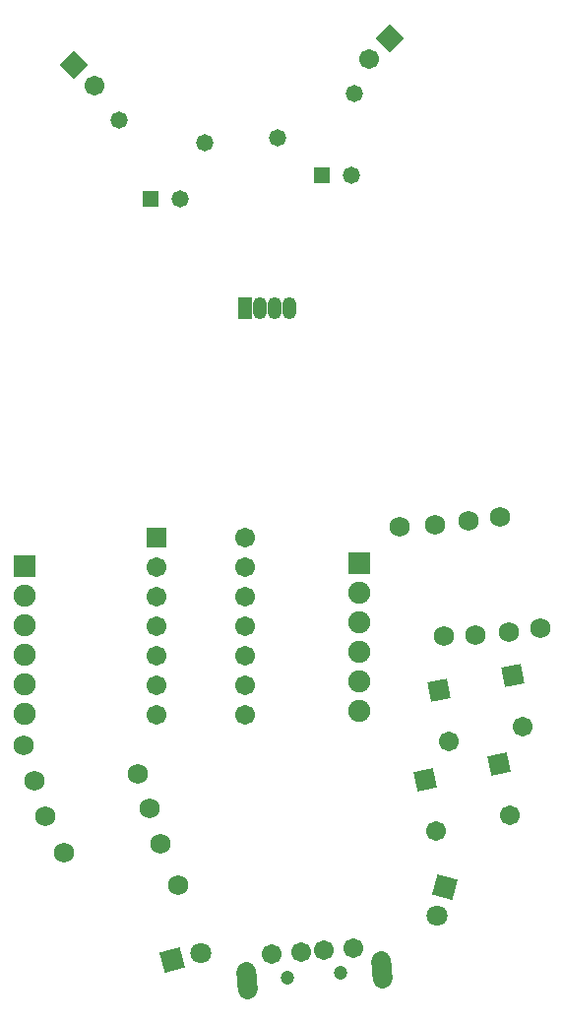
<source format=gbr>
G04 DipTrace 3.0.0.2*
G04 TopMask.gbr*
%MOMM*%
G04 #@! TF.FileFunction,Soldermask,Top*
G04 #@! TF.Part,Single*
%AMOUTLINE1*5,1,4,0,0,2.55013,30.00054*%
%AMOUTLINE4*5,1,4,0,0,2.55013,-30.00054*%
%AMOUTLINE7*5,1,4,0,0,2.4087,-90.0*%
%AMOUTLINE10*5,1,4,0,0,2.4087,-180.0*%
%AMOUTLINE13*5,1,4,0,0,2.40866,-124.13655*%
%AMOUTLINE16*5,1,4,0,0,2.40871,-123.01836*%
%AMOUTLINE19*
4,1,16,
-0.78605,-0.82894,
-0.67479,-1.18015,
-0.41412,-1.45688,
-0.05918,-1.59306,
0.31967,-1.56178,
0.64746,-1.36922,
0.85923,-1.0535,
0.91136,-0.68878,
0.78605,0.82894,
0.67479,1.18015,
0.41412,1.45688,
0.05918,1.59306,
-0.31967,1.56178,
-0.64746,1.36922,
-0.85923,1.0535,
-0.91136,0.68878,
-0.78605,-0.82894,
0*%
%ADD36C,1.2*%
%ADD53R,1.7032X1.7032*%
%ADD55C,1.7032*%
%ADD59C,1.7272*%
%ADD61C,1.7272*%
%ADD63C,1.4732*%
%ADD65C,1.9032*%
%ADD67R,1.9032X1.9032*%
%ADD69C,1.7032*%
%ADD71R,1.2532X1.9032*%
%ADD73O,1.2532X1.9032*%
%ADD75R,1.4732X1.4732*%
%ADD77C,1.4732*%
%ADD79C,1.8032*%
%ADD89OUTLINE1*%
%ADD92OUTLINE4*%
%ADD95OUTLINE7*%
%ADD98OUTLINE10*%
%ADD101OUTLINE13*%
%ADD104OUTLINE16*%
%ADD107OUTLINE19*%
%FSLAX35Y35*%
G04*
G71*
G90*
G75*
G01*
G04 TopMask*
%LPD*%
D79*
X4876307Y1868713D3*
D89*
X4942047Y2114060D3*
D79*
X2844520Y1551247D3*
D92*
X2599173Y1485507D3*
D77*
X2665323Y8031483D3*
D75*
X2411323D3*
D77*
X4139237Y8235800D3*
D75*
X3885237D3*
D73*
X3609400Y7090623D3*
X3355400D3*
D71*
X3228400D3*
D73*
X3482400D3*
D95*
X1753827Y9183070D3*
D69*
X1933433Y9003463D3*
D98*
X4471873Y9412100D3*
D69*
X4292267Y9232493D3*
D67*
X4208653Y4898273D3*
D65*
Y4644273D3*
Y4390273D3*
Y4136273D3*
Y3882273D3*
Y3628273D3*
D67*
X1332883Y4873297D3*
D65*
Y4619297D3*
Y4365297D3*
Y4111297D3*
Y3857297D3*
Y3603297D3*
D77*
X2879717Y8515007D3*
D63*
X2143683Y8712227D3*
D77*
X3502743Y8557823D3*
D63*
X4162657Y8938823D3*
D61*
X2400067Y2789367D3*
D59*
X1413620Y3032640D3*
D61*
X4558840Y5217987D3*
D59*
X4939587Y4276027D3*
D61*
X1669893Y2408407D3*
D59*
X2648580Y2135587D3*
D61*
X2495307Y2487773D3*
D59*
X1507793Y2726667D3*
D61*
X2304827Y3090960D3*
D59*
X1319180Y3337460D3*
D61*
X5416000Y5297353D3*
D59*
X5763493Y4342627D3*
D61*
X5146153Y5265607D3*
D59*
X5493647Y4310880D3*
D61*
X4860433Y5233860D3*
D59*
X5207927Y4279133D3*
D101*
X4894054Y3811573D3*
D55*
X4978868Y3369639D3*
X5617218Y3492149D3*
D101*
X5532404Y3934083D3*
D104*
X4775747Y3036693D3*
D55*
X4869163Y2596497D3*
X5505003Y2731437D3*
D104*
X5411583Y3171633D3*
D53*
X2463560Y5122747D3*
D69*
Y4868747D3*
Y4614747D3*
Y4360747D3*
Y4106747D3*
Y3852747D3*
Y3598747D3*
X3225560D3*
Y3852747D3*
Y4106747D3*
Y4360747D3*
Y4614747D3*
Y4868747D3*
Y5122747D3*
X3704757Y1556334D3*
X3904080Y1572794D3*
X4153230Y1593364D3*
X3455607Y1535764D3*
D107*
X3238683Y1307138D3*
X4404713Y1403414D3*
D36*
X4050920Y1374204D3*
X3592480Y1336351D3*
M02*

</source>
